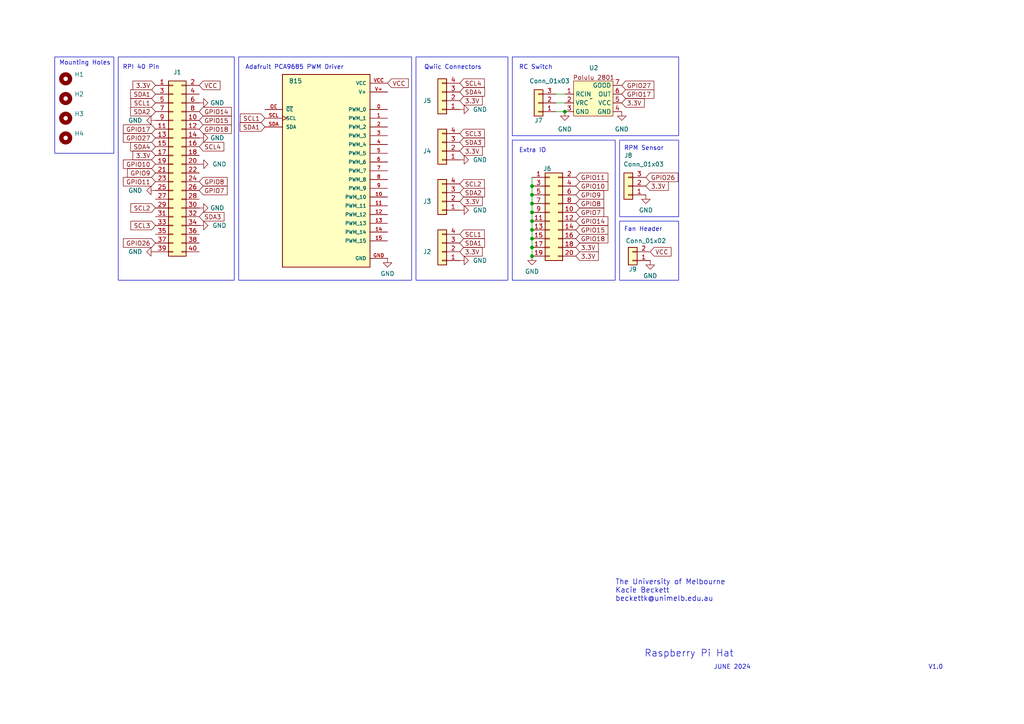
<source format=kicad_sch>
(kicad_sch (version 20230121) (generator eeschema)
  (paper "A4")
  (lib_symbols
    (symbol "2801RCSwitch:RCSwitch2801"
      (property "Reference" "U" (at -3.81 3.81 0))
      (symbol "RCSwitch2801_1_1"
        (rectangle (start -5.08 5.08) (end 6.35 -5.08) (fill (type background)))
        (text "Polulu 2801\n" (at 0.7441 6.0779 0) (effects (font (size 1.27 1.27))))
        (pin input line (at -7.62 1.27 0) (length 2.54) (name "RCIN") (number "1"))
        (pin power_in line (at -7.62 -1.27 0) (length 2.54) (name "VRC") (number "2"))
        (pin passive line (at -7.62 -3.81 0) (length 2.54) (name "GND") (number "3"))
        (pin passive line (at 8.89 -3.81 180) (length 2.54) (name "GND") (number "4"))
        (pin power_out line (at 8.89 -1.27 180) (length 2.54) (name "VCC") (number "5"))
        (pin output line (at 8.89 1.27 180) (length 2.54) (name "OUT") (number "6"))
        (pin output line (at 8.89 3.81 180) (length 2.54) (name "GOOD") (number "7"))
      )
    )
    (symbol "Connector_Generic:Conn_01x02" (pin_names (offset 1.016) hide)
      (property "Reference" "J" (at 0 2.54 0))
      (property "Value" "Conn_01x02" (at 0 -5.08 0))
      (symbol "Conn_01x02_1_1"
        (rectangle (start -1.27 -2.413) (end 0 -2.667) (stroke (width 0.1524)))
        (rectangle (start -1.27 0.127) (end 0 -0.127) (stroke (width 0.1524)))
        (rectangle (start -1.27 1.27) (end 1.27 -3.81) (stroke (width 0.254)) (fill (type background)))
        (pin passive line (at -5.08 0 0) (length 3.81) (name "Pin_1") (number "1"))
        (pin passive line (at -5.08 -2.54 0) (length 3.81) (name "Pin_2") (number "2"))
      )
    )
    (symbol "Connector_Generic:Conn_01x03" (pin_names (offset 1.016) hide)
      (property "Reference" "J" (at 0 5.08 0))
      (property "Value" "Conn_01x03" (at 0 -5.08 0))
      (symbol "Conn_01x03_1_1"
        (rectangle (start -1.27 -2.413) (end 0 -2.667) (stroke (width 0.1524)))
        (rectangle (start -1.27 0.127) (end 0 -0.127) (stroke (width 0.1524)))
        (rectangle (start -1.27 2.667) (end 0 2.413) (stroke (width 0.1524)))
        (rectangle (start -1.27 3.81) (end 1.27 -3.81) (stroke (width 0.254)) (fill (type background)))
        (pin passive line (at -5.08 2.54 0) (length 3.81) (name "Pin_1") (number "1"))
        (pin passive line (at -5.08 0 0) (length 3.81) (name "Pin_2") (number "2"))
        (pin passive line (at -5.08 -2.54 0) (length 3.81) (name "Pin_3") (number "3"))
      )
    )
    (symbol "Connector_Generic:Conn_01x04" (pin_names (offset 1.016) hide)
      (property "Reference" "J" (at 0 5.08 0))
      (property "Value" "Conn_01x04" (at 0 -7.62 0))
      (symbol "Conn_01x04_1_1"
        (rectangle (start -1.27 -4.953) (end 0 -5.207) (stroke (width 0.1524)))
        (rectangle (start -1.27 -2.413) (end 0 -2.667) (stroke (width 0.1524)))
        (rectangle (start -1.27 0.127) (end 0 -0.127) (stroke (width 0.1524)))
        (rectangle (start -1.27 2.667) (end 0 2.413) (stroke (width 0.1524)))
        (rectangle (start -1.27 3.81) (end 1.27 -6.35) (stroke (width 0.254)) (fill (type background)))
        (pin passive line (at -5.08 2.54 0) (length 3.81) (name "Pin_1") (number "1"))
        (pin passive line (at -5.08 0 0) (length 3.81) (name "Pin_2") (number "2"))
        (pin passive line (at -5.08 -2.54 0) (length 3.81) (name "Pin_3") (number "3"))
        (pin passive line (at -5.08 -5.08 0) (length 3.81) (name "Pin_4") (number "4"))
      )
    )
    (symbol "Connector_Generic:Conn_02x10_Odd_Even" (pin_names (offset 1.016) hide)
      (property "Reference" "J" (at 1.27 12.7 0))
      (property "Value" "Conn_02x10_Odd_Even" (at 1.27 -15.24 0))
      (symbol "Conn_02x10_Odd_Even_1_1"
        (rectangle (start -1.27 -12.573) (end 0 -12.827) (stroke (width 0.1524)))
        (rectangle (start -1.27 -10.033) (end 0 -10.287) (stroke (width 0.1524)))
        (rectangle (start -1.27 -7.493) (end 0 -7.747) (stroke (width 0.1524)))
        (rectangle (start -1.27 -4.953) (end 0 -5.207) (stroke (width 0.1524)))
        (rectangle (start -1.27 -2.413) (end 0 -2.667) (stroke (width 0.1524)))
        (rectangle (start -1.27 0.127) (end 0 -0.127) (stroke (width 0.1524)))
        (rectangle (start -1.27 2.667) (end 0 2.413) (stroke (width 0.1524)))
        (rectangle (start -1.27 5.207) (end 0 4.953) (stroke (width 0.1524)))
        (rectangle (start -1.27 7.747) (end 0 7.493) (stroke (width 0.1524)))
        (rectangle (start -1.27 10.287) (end 0 10.033) (stroke (width 0.1524)))
        (rectangle (start -1.27 11.43) (end 3.81 -13.97) (stroke (width 0.254)) (fill (type background)))
        (rectangle (start 3.81 -12.573) (end 2.54 -12.827) (stroke (width 0.1524)))
        (rectangle (start 3.81 -10.033) (end 2.54 -10.287) (stroke (width 0.1524)))
        (rectangle (start 3.81 -7.493) (end 2.54 -7.747) (stroke (width 0.1524)))
        (rectangle (start 3.81 -4.953) (end 2.54 -5.207) (stroke (width 0.1524)))
        (rectangle (start 3.81 -2.413) (end 2.54 -2.667) (stroke (width 0.1524)))
        (rectangle (start 3.81 0.127) (end 2.54 -0.127) (stroke (width 0.1524)))
        (rectangle (start 3.81 2.667) (end 2.54 2.413) (stroke (width 0.1524)))
        (rectangle (start 3.81 5.207) (end 2.54 4.953) (stroke (width 0.1524)))
        (rectangle (start 3.81 7.747) (end 2.54 7.493) (stroke (width 0.1524)))
        (rectangle (start 3.81 10.287) (end 2.54 10.033) (stroke (width 0.1524)))
        (pin passive line (at -5.08 10.16 0) (length 3.81) (name "Pin_1") (number "1"))
        (pin passive line (at 7.62 0 180) (length 3.81) (name "Pin_10") (number "10"))
        (pin passive line (at -5.08 -2.54 0) (length 3.81) (name "Pin_11") (number "11"))
        (pin passive line (at 7.62 -2.54 180) (length 3.81) (name "Pin_12") (number "12"))
        (pin passive line (at -5.08 -5.08 0) (length 3.81) (name "Pin_13") (number "13"))
        (pin passive line (at 7.62 -5.08 180) (length 3.81) (name "Pin_14") (number "14"))
        (pin passive line (at -5.08 -7.62 0) (length 3.81) (name "Pin_15") (number "15"))
        (pin passive line (at 7.62 -7.62 180) (length 3.81) (name "Pin_16") (number "16"))
        (pin passive line (at -5.08 -10.16 0) (length 3.81) (name "Pin_17") (number "17"))
        (pin passive line (at 7.62 -10.16 180) (length 3.81) (name "Pin_18") (number "18"))
        (pin passive line (at -5.08 -12.7 0) (length 3.81) (name "Pin_19") (number "19"))
        (pin passive line (at 7.62 10.16 180) (length 3.81) (name "Pin_2") (number "2"))
        (pin passive line (at 7.62 -12.7 180) (length 3.81) (name "Pin_20") (number "20"))
        (pin passive line (at -5.08 7.62 0) (length 3.81) (name "Pin_3") (number "3"))
        (pin passive line (at 7.62 7.62 180) (length 3.81) (name "Pin_4") (number "4"))
        (pin passive line (at -5.08 5.08 0) (length 3.81) (name "Pin_5") (number "5"))
        (pin passive line (at 7.62 5.08 180) (length 3.81) (name "Pin_6") (number "6"))
        (pin passive line (at -5.08 2.54 0) (length 3.81) (name "Pin_7") (number "7"))
        (pin passive line (at 7.62 2.54 180) (length 3.81) (name "Pin_8") (number "8"))
        (pin passive line (at -5.08 0 0) (length 3.81) (name "Pin_9") (number "9"))
      )
    )
    (symbol "Connector_Generic:Conn_02x20_Odd_Even" (pin_names (offset 1.016) hide)
      (property "Reference" "J" (at 1.27 25.4 0))
      (property "Value" "Conn_02x20_Odd_Even" (at 1.27 -27.94 0))
      (symbol "Conn_02x20_Odd_Even_1_1"
        (rectangle (start -1.27 -25.273) (end 0 -25.527) (stroke (width 0.1524)))
        (rectangle (start -1.27 -22.733) (end 0 -22.987) (stroke (width 0.1524)))
        (rectangle (start -1.27 -20.193) (end 0 -20.447) (stroke (width 0.1524)))
        (rectangle (start -1.27 -17.653) (end 0 -17.907) (stroke (width 0.1524)))
        (rectangle (start -1.27 -15.113) (end 0 -15.367) (stroke (width 0.1524)))
        (rectangle (start -1.27 -12.573) (end 0 -12.827) (stroke (width 0.1524)))
        (rectangle (start -1.27 -10.033) (end 0 -10.287) (stroke (width 0.1524)))
        (rectangle (start -1.27 -7.493) (end 0 -7.747) (stroke (width 0.1524)))
        (rectangle (start -1.27 -4.953) (end 0 -5.207) (stroke (width 0.1524)))
        (rectangle (start -1.27 -2.413) (end 0 -2.667) (stroke (width 0.1524)))
        (rectangle (start -1.27 0.127) (end 0 -0.127) (stroke (width 0.1524)))
        (rectangle (start -1.27 2.667) (end 0 2.413) (stroke (width 0.1524)))
        (rectangle (start -1.27 5.207) (end 0 4.953) (stroke (width 0.1524)))
        (rectangle (start -1.27 7.747) (end 0 7.493) (stroke (width 0.1524)))
        (rectangle (start -1.27 10.287) (end 0 10.033) (stroke (width 0.1524)))
        (rectangle (start -1.27 12.827) (end 0 12.573) (stroke (width 0.1524)))
        (rectangle (start -1.27 15.367) (end 0 15.113) (stroke (width 0.1524)))
        (rectangle (start -1.27 17.907) (end 0 17.653) (stroke (width 0.1524)))
        (rectangle (start -1.27 20.447) (end 0 20.193) (stroke (width 0.1524)))
        (rectangle (start -1.27 22.987) (end 0 22.733) (stroke (width 0.1524)))
        (rectangle (start -1.27 24.13) (end 3.81 -26.67) (stroke (width 0.254)) (fill (type background)))
        (rectangle (start 3.81 -25.273) (end 2.54 -25.527) (stroke (width 0.1524)))
        (rectangle (start 3.81 -22.733) (end 2.54 -22.987) (stroke (width 0.1524)))
        (rectangle (start 3.81 -20.193) (end 2.54 -20.447) (stroke (width 0.1524)))
        (rectangle (start 3.81 -17.653) (end 2.54 -17.907) (stroke (width 0.1524)))
        (rectangle (start 3.81 -15.113) (end 2.54 -15.367) (stroke (width 0.1524)))
        (rectangle (start 3.81 -12.573) (end 2.54 -12.827) (stroke (width 0.1524)))
        (rectangle (start 3.81 -10.033) (end 2.54 -10.287) (stroke (width 0.1524)))
        (rectangle (start 3.81 -7.493) (end 2.54 -7.747) (stroke (width 0.1524)))
        (rectangle (start 3.81 -4.953) (end 2.54 -5.207) (stroke (width 0.1524)))
        (rectangle (start 3.81 -2.413) (end 2.54 -2.667) (stroke (width 0.1524)))
        (rectangle (start 3.81 0.127) (end 2.54 -0.127) (stroke (width 0.1524)))
        (rectangle (start 3.81 2.667) (end 2.54 2.413) (stroke (width 0.1524)))
        (rectangle (start 3.81 5.207) (end 2.54 4.953) (stroke (width 0.1524)))
        (rectangle (start 3.81 7.747) (end 2.54 7.493) (stroke (width 0.1524)))
        (rectangle (start 3.81 10.287) (end 2.54 10.033) (stroke (width 0.1524)))
        (rectangle (start 3.81 12.827) (end 2.54 12.573) (stroke (width 0.1524)))
        (rectangle (start 3.81 15.367) (end 2.54 15.113) (stroke (width 0.1524)))
        (rectangle (start 3.81 17.907) (end 2.54 17.653) (stroke (width 0.1524)))
        (rectangle (start 3.81 20.447) (end 2.54 20.193) (stroke (width 0.1524)))
        (rectangle (start 3.81 22.987) (end 2.54 22.733) (stroke (width 0.1524)))
        (pin passive line (at -5.08 22.86 0) (length 3.81) (name "Pin_1") (number "1"))
        (pin passive line (at 7.62 12.7 180) (length 3.81) (name "Pin_10") (number "10"))
        (pin passive line (at -5.08 10.16 0) (length 3.81) (name "Pin_11") (number "11"))
        (pin passive line (at 7.62 10.16 180) (length 3.81) (name "Pin_12") (number "12"))
        (pin passive line (at -5.08 7.62 0) (length 3.81) (name "Pin_13") (number "13"))
        (pin passive line (at 7.62 7.62 180) (length 3.81) (name "Pin_14") (number "14"))
        (pin passive line (at -5.08 5.08 0) (length 3.81) (name "Pin_15") (number "15"))
        (pin passive line (at 7.62 5.08 180) (length 3.81) (name "Pin_16") (number "16"))
        (pin passive line (at -5.08 2.54 0) (length 3.81) (name "Pin_17") (number "17"))
        (pin passive line (at 7.62 2.54 180) (length 3.81) (name "Pin_18") (number "18"))
        (pin passive line (at -5.08 0 0) (length 3.81) (name "Pin_19") (number "19"))
        (pin passive line (at 7.62 22.86 180) (length 3.81) (name "Pin_2") (number "2"))
        (pin passive line (at 7.62 0 180) (length 3.81) (name "Pin_20") (number "20"))
        (pin passive line (at -5.08 -2.54 0) (length 3.81) (name "Pin_21") (number "21"))
        (pin passive line (at 7.62 -2.54 180) (length 3.81) (name "Pin_22") (number "22"))
        (pin passive line (at -5.08 -5.08 0) (length 3.81) (name "Pin_23") (number "23"))
        (pin passive line (at 7.62 -5.08 180) (length 3.81) (name "Pin_24") (number "24"))
        (pin passive line (at -5.08 -7.62 0) (length 3.81) (name "Pin_25") (number "25"))
        (pin passive line (at 7.62 -7.62 180) (length 3.81) (name "Pin_26") (number "26"))
        (pin passive line (at -5.08 -10.16 0) (length 3.81) (name "Pin_27") (number "27"))
        (pin passive line (at 7.62 -10.16 180) (length 3.81) (name "Pin_28") (number "28"))
        (pin passive line (at -5.08 -12.7 0) (length 3.81) (name "Pin_29") (number "29"))
        (pin passive line (at -5.08 20.32 0) (length 3.81) (name "Pin_3") (number "3"))
        (pin passive line (at 7.62 -12.7 180) (length 3.81) (name "Pin_30") (number "30"))
        (pin passive line (at -5.08 -15.24 0) (length 3.81) (name "Pin_31") (number "31"))
        (pin passive line (at 7.62 -15.24 180) (length 3.81) (name "Pin_32") (number "32"))
        (pin passive line (at -5.08 -17.78 0) (length 3.81) (name "Pin_33") (number "33"))
        (pin passive line (at 7.62 -17.78 180) (length 3.81) (name "Pin_34") (number "34"))
        (pin passive line (at -5.08 -20.32 0) (length 3.81) (name "Pin_35") (number "35"))
        (pin passive line (at 7.62 -20.32 180) (length 3.81) (name "Pin_36") (number "36"))
        (pin passive line (at -5.08 -22.86 0) (length 3.81) (name "Pin_37") (number "37"))
        (pin passive line (at 7.62 -22.86 180) (length 3.81) (name "Pin_38") (number "38"))
        (pin passive line (at -5.08 -25.4 0) (length 3.81) (name "Pin_39") (number "39"))
        (pin passive line (at 7.62 20.32 180) (length 3.81) (name "Pin_4") (number "4"))
        (pin passive line (at 7.62 -25.4 180) (length 3.81) (name "Pin_40") (number "40"))
        (pin passive line (at -5.08 17.78 0) (length 3.81) (name "Pin_5") (number "5"))
        (pin passive line (at 7.62 17.78 180) (length 3.81) (name "Pin_6") (number "6"))
        (pin passive line (at -5.08 15.24 0) (length 3.81) (name "Pin_7") (number "7"))
        (pin passive line (at 7.62 15.24 180) (length 3.81) (name "Pin_8") (number "8"))
        (pin passive line (at -5.08 12.7 0) (length 3.81) (name "Pin_9") (number "9"))
      )
    )
    (symbol "Mechanical:MountingHole" (pin_names (offset 1.016))
      (property "Reference" "H" (at 0 5.08 0))
      (property "Value" "MountingHole" (at 0 3.175 0))
      (symbol "MountingHole_0_1"
        (circle (center 0 0) (radius 1.27) (stroke (width 1.27)))
      )
    )
    (symbol "Polulu-PCA9685:815" (pin_names (offset 1.016))
      (property "Reference" "U" (at -12.7 28.702 0))
      (property "Value" "815" (at -12.7 -30.48 0))
      (symbol "815_0_0"
        (rectangle (start -12.7 27.94) (end 12.7 -27.94) (stroke (width 0.254)) (fill (type background)))
        (pin output line (at 17.78 17.78 180) (length 5.08) (name "PWM_0") (number "0"))
        (pin output line (at 17.78 15.24 180) (length 5.08) (name "PWM_1") (number "1"))
        (pin output line (at 17.78 -7.62 180) (length 5.08) (name "PWM_10") (number "10"))
        (pin output line (at 17.78 -10.16 180) (length 5.08) (name "PWM_11") (number "11"))
        (pin output line (at 17.78 -12.7 180) (length 5.08) (name "PWM_12") (number "12"))
        (pin output line (at 17.78 -15.24 180) (length 5.08) (name "PWM_13") (number "13"))
        (pin output line (at 17.78 -17.78 180) (length 5.08) (name "PWM_14") (number "14"))
        (pin output line (at 17.78 -20.32 180) (length 5.08) (name "PWM_15") (number "15"))
        (pin output line (at 17.78 12.7 180) (length 5.08) (name "PWM_2") (number "2"))
        (pin output line (at 17.78 10.16 180) (length 5.08) (name "PWM_3") (number "3"))
        (pin output line (at 17.78 7.62 180) (length 5.08) (name "PWM_4") (number "4"))
        (pin output line (at 17.78 5.08 180) (length 5.08) (name "PWM_5") (number "5"))
        (pin output line (at 17.78 2.54 180) (length 5.08) (name "PWM_6") (number "6"))
        (pin output line (at 17.78 0 180) (length 5.08) (name "PWM_7") (number "7"))
        (pin output line (at 17.78 -2.54 180) (length 5.08) (name "PWM_8") (number "8"))
        (pin output line (at 17.78 -5.08 180) (length 5.08) (name "PWM_9") (number "9"))
      )
      (symbol "815_1_0"
        (pin power_in line (at 17.78 -25.4 180) (length 5.08) (name "GND") (number "GND"))
        (pin input line (at -17.78 17.78 0) (length 5.08) (name "~{OE}") (number "OE"))
        (pin input clock (at -17.78 15.24 0) (length 5.08) (name "SCL") (number "SCL"))
        (pin bidirectional line (at -17.78 12.7 0) (length 5.08) (name "SDA") (number "SDA"))
        (pin power_in line (at 17.78 22.86 180) (length 5.08) (name "V+") (number "V+"))
        (pin power_in line (at 17.78 25.4 180) (length 5.08) (name "VCC") (number "VCC"))
      )
    )
    (symbol "power:GND" (power) (pin_names (offset 0))
      (property "Value" "GND" (at 0 -3.81 0))
      (symbol "GND_0_1"
        (polyline (pts (xy 0 0) (xy 0 -1.27) (xy 1.27 -1.27) (xy 0 -2.54) (xy -1.27 -1.27) (xy 0 -1.27)))
      )
      (symbol "GND_1_1"
        (pin power_in line (at 0 0 270) (length 0) hide (name "GND") (number "1"))
      )
    )
  )
  (junction (at 154.305 56.515))
  (junction (at 154.305 69.215))
  (junction (at 154.305 66.675))
  (junction (at 154.305 74.295))
  (junction (at 154.305 61.595))
  (junction (at 154.305 53.975))
  (junction (at 154.305 59.055))
  (junction (at 163.83 32.385))
  (junction (at 154.305 64.135))
  (junction (at 154.305 71.755))
  (wire (pts (xy 161.29 27.305) (xy 163.83 27.305)))
  (wire (pts (xy 154.305 59.055) (xy 154.305 61.595)))
  (wire (pts (xy 154.305 69.215) (xy 154.305 71.755)))
  (wire (pts (xy 154.305 71.755) (xy 154.305 74.295)))
  (wire (pts (xy 161.29 32.385) (xy 163.83 32.385)))
  (wire (pts (xy 154.305 66.675) (xy 154.305 69.215)))
  (wire (pts (xy 154.305 51.435) (xy 154.305 53.975)))
  (wire (pts (xy 154.305 53.975) (xy 154.305 56.515)))
  (wire (pts (xy 154.305 56.515) (xy 154.305 59.055)))
  (wire (pts (xy 154.305 61.595) (xy 154.305 64.135)))
  (wire (pts (xy 154.305 64.135) (xy 154.305 66.675)))
  (wire (pts (xy 161.29 29.845) (xy 163.83 29.845)))
  (rectangle (start 179.705 64.135) (end 196.85 81.28))
  (rectangle (start 69.215 16.51) (end 119.38 81.28))
  (rectangle (start 179.705 40.64) (end 196.85 62.865))
  (rectangle (start 120.65 16.51) (end 147.32 81.28))
  (rectangle (start 148.59 16.51) (end 196.85 39.37))
  (rectangle (start 148.59 40.64) (end 178.435 81.28))
  (rectangle (start 15.875 16.51) (end 33.02 44.45))
  (rectangle (start 34.29 16.51) (end 67.945 81.28))
  (text "Extra IO" (at 150.495 44.45 0) (effects (font (size 1.27 1.27)) (justify left bottom)))
  (text "V1.0\n" (at 269.24 194.31 0) (effects (font (size 1.27 1.27)) (justify left bottom)))
  (text "Fan Header\n" (at 180.975 67.31 0) (effects (font (size 1.27 1.27)) (justify left bottom)))
  (text "Raspberry Pi Hat" (at 186.8467 190.7986 0) (effects (font (size 2 2)) (justify left bottom)))
  (text "Adafruit PCA9685 PWM Driver" (at 71.12 20.32 0) (effects (font (size 1.27 1.27)) (justify left bottom)))
  (text "RPI 40 Pin\n" (at 35.56 20.32 0) (effects (font (size 1.27 1.27)) (justify left bottom)))
  (text "RPM Sensor\n" (at 180.975 43.815 0) (effects (font (size 1.27 1.27)) (justify left bottom)))
  (text "RC Switch\n" (at 150.495 20.32 0) (effects (font (size 1.27 1.27)) (justify left bottom)))
  (text "JUNE 2024" (at 207.01 194.31 0) (effects (font (size 1.27 1.27)) (justify left bottom)))
  (text "Qwiic Connectors" (at 139.7 20.32 0) (effects (font (size 1.27 1.27)) (justify right bottom)))
  (text "The University of Melbourne\nKacie Beckett \nbeckettk@unimelb.edu.au\n" (at 178.435 174.625 0) (effects (font (size 1.5 1.5)) (justify left bottom)))
  (text "Mounting Holes\n" (at 17.145 19.05 0) (effects (font (size 1.27 1.27)) (justify left bottom)))
  (global_label "SCL1" (shape input) (at 76.835 34.29 180) (property "Intersheetrefs" "${INTERSHEET_REFS}" (effects hide)))
  (global_label "SCL1" (shape input) (at 133.35 67.945 0) (property "Intersheetrefs" "${INTERSHEET_REFS}" (effects hide)))
  (global_label "VCC" (shape input) (at 112.395 24.13 0) (property "Intersheetrefs" "${INTERSHEET_REFS}" (effects hide)))
  (global_label "GPIO18" (shape input) (at 57.785 37.465 0) (property "Intersheetrefs" "${INTERSHEET_REFS}" (effects hide)))
  (global_label "SDA1" (shape input) (at 133.35 70.485 0) (property "Intersheetrefs" "${INTERSHEET_REFS}" (effects hide)))
  (global_label "GPIO27" (shape input) (at 45.085 40.005 180) (property "Intersheetrefs" "${INTERSHEET_REFS}" (effects hide)))
  (global_label "3.3V" (shape input) (at 167.005 71.755 0) (property "Intersheetrefs" "${INTERSHEET_REFS}" (effects hide)))
  (global_label "SDA4" (shape input) (at 133.35 26.67 0) (property "Intersheetrefs" "${INTERSHEET_REFS}" (effects hide)))
  (global_label "GPIO9" (shape input) (at 45.085 50.165 180) (property "Intersheetrefs" "${INTERSHEET_REFS}" (effects hide)))
  (global_label "VCC" (shape input) (at 57.785 24.765 0) (property "Intersheetrefs" "${INTERSHEET_REFS}" (effects hide)))
  (global_label "GPIO11" (shape input) (at 167.005 51.435 0) (property "Intersheetrefs" "${INTERSHEET_REFS}" (effects hide)))
  (global_label "GPIO9" (shape input) (at 167.005 56.515 0) (property "Intersheetrefs" "${INTERSHEET_REFS}" (effects hide)))
  (global_label "SDA3" (shape input) (at 57.785 62.865 0) (property "Intersheetrefs" "${INTERSHEET_REFS}" (effects hide)))
  (global_label "3.3V" (shape input) (at 187.325 53.975 0) (property "Intersheetrefs" "${INTERSHEET_REFS}" (effects hide)))
  (global_label "GPIO27" (shape input) (at 180.34 24.765 0) (property "Intersheetrefs" "${INTERSHEET_REFS}" (effects hide)))
  (global_label "3.3V" (shape input) (at 133.35 58.42 0) (property "Intersheetrefs" "${INTERSHEET_REFS}" (effects hide)))
  (global_label "SDA1" (shape input) (at 45.085 27.305 180) (property "Intersheetrefs" "${INTERSHEET_REFS}" (effects hide)))
  (global_label "SCL1" (shape input) (at 45.085 29.845 180) (property "Intersheetrefs" "${INTERSHEET_REFS}" (effects hide)))
  (global_label "GPIO8" (shape input) (at 57.785 52.705 0) (property "Intersheetrefs" "${INTERSHEET_REFS}" (effects hide)))
  (global_label "GPIO17" (shape input) (at 45.085 37.465 180) (property "Intersheetrefs" "${INTERSHEET_REFS}" (effects hide)))
  (global_label "GPIO26" (shape input) (at 187.325 51.435 0) (property "Intersheetrefs" "${INTERSHEET_REFS}" (effects hide)))
  (global_label "GPIO10" (shape input) (at 167.005 53.975 0) (property "Intersheetrefs" "${INTERSHEET_REFS}" (effects hide)))
  (global_label "SCL3" (shape input) (at 133.35 38.735 0) (property "Intersheetrefs" "${INTERSHEET_REFS}" (effects hide)))
  (global_label "SCL2" (shape input) (at 133.35 53.34 0) (property "Intersheetrefs" "${INTERSHEET_REFS}" (effects hide)))
  (global_label "GPIO10" (shape input) (at 45.085 47.625 180) (property "Intersheetrefs" "${INTERSHEET_REFS}" (effects hide)))
  (global_label "SCL4" (shape input) (at 57.785 42.545 0) (property "Intersheetrefs" "${INTERSHEET_REFS}" (effects hide)))
  (global_label "GPIO15" (shape input) (at 167.005 66.675 0) (property "Intersheetrefs" "${INTERSHEET_REFS}" (effects hide)))
  (global_label "3.3V" (shape input) (at 133.35 73.025 0) (property "Intersheetrefs" "${INTERSHEET_REFS}" (effects hide)))
  (global_label "GPIO7" (shape input) (at 167.005 61.595 0) (property "Intersheetrefs" "${INTERSHEET_REFS}" (effects hide)))
  (global_label "GPIO11" (shape input) (at 45.085 52.705 180) (property "Intersheetrefs" "${INTERSHEET_REFS}" (effects hide)))
  (global_label "3.3V" (shape input) (at 180.34 29.845 0) (property "Intersheetrefs" "${INTERSHEET_REFS}" (effects hide)))
  (global_label "GPIO18" (shape input) (at 167.005 69.215 0) (property "Intersheetrefs" "${INTERSHEET_REFS}" (effects hide)))
  (global_label "GPIO8" (shape input) (at 167.005 59.055 0) (property "Intersheetrefs" "${INTERSHEET_REFS}" (effects hide)))
  (global_label "SDA2" (shape input) (at 133.35 55.88 0) (property "Intersheetrefs" "${INTERSHEET_REFS}" (effects hide)))
  (global_label "3.3V" (shape input) (at 45.085 24.765 180) (property "Intersheetrefs" "${INTERSHEET_REFS}" (effects hide)))
  (global_label "GPIO14" (shape input) (at 167.005 64.135 0) (property "Intersheetrefs" "${INTERSHEET_REFS}" (effects hide)))
  (global_label "SDA1" (shape input) (at 76.835 36.83 180) (property "Intersheetrefs" "${INTERSHEET_REFS}" (effects hide)))
  (global_label "SCL3" (shape input) (at 45.085 65.405 180) (property "Intersheetrefs" "${INTERSHEET_REFS}" (effects hide)))
  (global_label "GPIO17" (shape input) (at 180.34 27.305 0) (property "Intersheetrefs" "${INTERSHEET_REFS}" (effects hide)))
  (global_label "3.3V" (shape input) (at 133.35 29.21 0) (property "Intersheetrefs" "${INTERSHEET_REFS}" (effects hide)))
  (global_label "GPIO26" (shape input) (at 45.085 70.485 180) (property "Intersheetrefs" "${INTERSHEET_REFS}" (effects hide)))
  (global_label "3.3V" (shape input) (at 167.005 74.295 0) (property "Intersheetrefs" "${INTERSHEET_REFS}" (effects hide)))
  (global_label "3.3V" (shape input) (at 45.085 45.085 180) (property "Intersheetrefs" "${INTERSHEET_REFS}" (effects hide)))
  (global_label "SDA3" (shape input) (at 133.35 41.275 0) (property "Intersheetrefs" "${INTERSHEET_REFS}" (effects hide)))
  (global_label "GPIO15" (shape input) (at 57.785 34.925 0) (property "Intersheetrefs" "${INTERSHEET_REFS}" (effects hide)))
  (global_label "SDA4" (shape input) (at 45.085 42.545 180) (property "Intersheetrefs" "${INTERSHEET_REFS}" (effects hide)))
  (global_label "GPIO14" (shape input) (at 57.785 32.385 0) (property "Intersheetrefs" "${INTERSHEET_REFS}" (effects hide)))
  (global_label "SCL4" (shape input) (at 133.35 24.13 0) (property "Intersheetrefs" "${INTERSHEET_REFS}" (effects hide)))
  (global_label "VCC" (shape input) (at 188.595 73.025 0) (property "Intersheetrefs" "${INTERSHEET_REFS}" (effects hide)))
  (global_label "SCL2" (shape input) (at 45.085 60.325 180) (property "Intersheetrefs" "${INTERSHEET_REFS}" (effects hide)))
  (global_label "3.3V" (shape input) (at 133.35 43.815 0) (property "Intersheetrefs" "${INTERSHEET_REFS}" (effects hide)))
  (global_label "GPIO7" (shape input) (at 57.785 55.245 0) (property "Intersheetrefs" "${INTERSHEET_REFS}" (effects hide)))
  (global_label "SDA2" (shape input) (at 45.085 32.385 180) (property "Intersheetrefs" "${INTERSHEET_REFS}" (effects hide)))
  (symbol (lib_id "Connector_Generic:Conn_01x02") (at 183.515 75.565 180) (unit 1)
    (property "Reference" "J9" (at 183.515 78.105 0))
    (property "Value" "Conn_01x02" (at 187.325 69.85 0))
    (property "Footprint" "Connector_PinHeader_2.54mm:PinHeader_1x02_P2.54mm_Vertical" (effects hide))
  )
  (symbol (lib_id "power:GND") (at 187.325 56.515 0) (unit 1)
    (property "Reference" "#PWR017" (effects hide))
    (property "Value" "GND" (at 187.325 60.96 0))
  )
  (symbol (lib_id "Polulu-PCA9685:815") (at 94.615 49.53 0) (unit 1)
    (property "Reference" "U1" (effects hide))
    (property "Value" "815" (at 85.725 23.495 0))
    (property "Footprint" "Polulu-PCA9685:Polulu-PCA9685" (effects hide))
    (property "MF" "Adafruit" (effects hide))
    (property "SNAPEDA_PACKAGE_ID" "124074" (effects hide))
    (property "Package" "Non-Standard Adafruit" (effects hide))
    (property "Price" "None" (effects hide))
    (property "Check_prices" "https://www.snapeda.com/parts/815/Adafruit+Industries/view-part/?ref=eda" (effects hide))
    (property "STANDARD" "Manufacturer Recommendations" (effects hide))
    (property "PARTREV" "C" (effects hide))
    (property "SnapEDA_Link" "https://www.snapeda.com/parts/815/Adafruit+Industries/view-part/?ref=snap" (effects hide))
    (property "MP" "815" (effects hide))
    (property "Description" "\nAdafruit 16-Channel 12-bit PWM/Servo Driver - I2C interface - PCA9685\n" (effects hide))
    (property "MANUFACTURER" "Adafruit" (effects hide))
    (property "Availability" "Not in stock" (effects hide))
    (property "MAXIMUM_PACKAGE_HEIGHT" "N/A" (effects hide))
  )
  (symbol (lib_id "power:GND") (at 188.595 75.565 0) (unit 1)
    (property "Reference" "#PWR018" (effects hide))
    (property "Value" "GND" (at 188.595 80.01 0))
  )
  (symbol (lib_id "power:GND") (at 163.83 32.385 0) (unit 1)
    (property "Reference" "#PWR015" (effects hide))
    (property "Value" "GND" (at 163.83 37.465 0))
  )
  (symbol (lib_id "power:GND") (at 154.305 74.295 0) (unit 1)
    (property "Reference" "#PWR08" (effects hide))
    (property "Value" "GND" (at 154.305 78.74 0))
  )
  (symbol (lib_id "power:GND") (at 133.35 75.565 90) (unit 1)
    (property "Reference" "#PWR03" (effects hide))
    (property "Value" "GND" (at 137.16 75.565 90) (effects (justify right)))
  )
  (symbol (lib_id "Mechanical:MountingHole") (at 19.05 40.005 0) (unit 1)
    (property "Reference" "H4" (at 21.59 38.735 0) (effects (justify left)))
    (property "Value" "MountingHole" (effects hide))
    (property "Footprint" "MountingHole:MountingHole_2.7mm_M2.5_Pad" (effects hide))
  )
  (symbol (lib_id "power:GND") (at 57.785 60.325 90) (unit 1)
    (property "Reference" "#PWR012" (effects hide))
    (property "Value" "GND" (at 60.96 60.325 90) (effects (justify right)))
  )
  (symbol (lib_id "Mechanical:MountingHole") (at 19.05 22.86 0) (unit 1)
    (property "Reference" "H1" (at 21.59 21.59 0) (effects (justify left)))
    (property "Value" "MountingHole" (effects hide))
    (property "Footprint" "MountingHole:MountingHole_2.7mm_M2.5_Pad" (effects hide))
  )
  (symbol (lib_id "2801RCSwitch:RCSwitch2801") (at 171.45 28.575 0) (unit 1)
    (property "Reference" "U2" (at 172.1941 19.685 0))
    (property "Value" "~" (at 171.45 28.575 0))
    (property "Footprint" "Polulu2801-RCSwitch:2801RCSwitch" (effects hide))
  )
  (symbol (lib_id "Connector_Generic:Conn_02x20_Odd_Even") (at 50.165 47.625 0) (unit 1)
    (property "Reference" "J1" (at 51.435 20.955 0))
    (property "Value" "Conn_02x20_Odd_Even" (effects hide))
    (property "Footprint" "Connector_PinHeader_2.54mm:PinHeader_2x20_P2.54mm_Vertical" (effects hide))
  )
  (symbol (lib_id "power:GND") (at 112.395 74.93 0) (unit 1)
    (property "Reference" "#PWR01" (effects hide))
    (property "Value" "GND" (at 112.395 79.375 0))
  )
  (symbol (lib_id "Connector_Generic:Conn_01x04") (at 128.27 43.815 180) (unit 1)
    (property "Reference" "J4" (at 125.095 43.815 0) (effects (justify left)))
    (property "Value" "Conn_01x04" (effects hide))
    (property "Footprint" "Connector_JST:JST_SH_SM04B-SRSS-TB_1x04-1MP_P1.00mm_Horizontal" (effects hide))
  )
  (symbol (lib_id "power:GND") (at 45.085 73.025 270) (unit 1)
    (property "Reference" "#PWR07" (effects hide))
    (property "Value" "GND" (at 41.275 73.025 90) (effects (justify right)))
  )
  (symbol (lib_id "Connector_Generic:Conn_01x03") (at 156.21 29.845 180) (unit 1)
    (property "Reference" "J7" (at 156.21 34.925 0))
    (property "Value" "Conn_01x03" (at 159.385 23.495 0))
    (property "Footprint" "Connector_PinHeader_2.54mm:PinHeader_1x03_P2.54mm_Vertical" (effects hide))
  )
  (symbol (lib_id "power:GND") (at 57.785 40.005 90) (unit 1)
    (property "Reference" "#PWR014" (effects hide))
    (property "Value" "GND" (at 60.96 40.005 90) (effects (justify right)))
  )
  (symbol (lib_id "Connector_Generic:Conn_01x04") (at 128.27 29.21 180) (unit 1)
    (property "Reference" "J5" (at 125.095 29.21 0) (effects (justify left)))
    (property "Value" "Conn_01x04" (effects hide))
    (property "Footprint" "Connector_JST:JST_SH_SM04B-SRSS-TB_1x04-1MP_P1.00mm_Horizontal" (effects hide))
  )
  (symbol (lib_id "power:GND") (at 45.085 55.245 270) (unit 1)
    (property "Reference" "#PWR010" (effects hide))
    (property "Value" "GND" (at 41.275 55.245 90) (effects (justify right)))
  )
  (symbol (lib_id "power:GND") (at 57.785 47.625 90) (unit 1)
    (property "Reference" "#PWR013" (effects hide))
    (property "Value" "GND" (at 61.595 47.625 90) (effects (justify right)))
  )
  (symbol (lib_id "power:GND") (at 57.785 65.405 90) (unit 1)
    (property "Reference" "#PWR011" (effects hide))
    (property "Value" "GND" (at 61.595 65.405 90) (effects (justify right)))
  )
  (symbol (lib_id "power:GND") (at 45.085 34.925 270) (unit 1)
    (property "Reference" "#PWR09" (effects hide))
    (property "Value" "GND" (at 41.275 34.925 90) (effects (justify right)))
  )
  (symbol (lib_id "Connector_Generic:Conn_01x03") (at 182.245 53.975 180) (unit 1)
    (property "Reference" "J8" (at 182.245 45.085 0))
    (property "Value" "Conn_01x03" (at 186.69 47.625 0))
    (property "Footprint" "Connector_PinHeader_2.54mm:PinHeader_1x03_P2.54mm_Vertical" (effects hide))
  )
  (symbol (lib_id "Mechanical:MountingHole") (at 19.05 28.575 0) (unit 1)
    (property "Reference" "H2" (at 21.59 27.305 0) (effects (justify left)))
    (property "Value" "MountingHole" (effects hide))
    (property "Footprint" "MountingHole:MountingHole_2.7mm_M2.5_Pad" (effects hide))
  )
  (symbol (lib_id "power:GND") (at 180.34 32.385 0) (unit 1)
    (property "Reference" "#PWR016" (effects hide))
    (property "Value" "GND" (at 180.34 37.465 0))
  )
  (symbol (lib_id "Connector_Generic:Conn_02x10_Odd_Even") (at 159.385 61.595 0) (unit 1)
    (property "Reference" "J6" (at 158.75 48.895 0))
    (property "Value" "Conn_02x10_Odd_Even" (effects hide))
    (property "Footprint" "Connector_PinHeader_2.54mm:PinHeader_2x10_P2.54mm_Vertical" (effects hide))
  )
  (symbol (lib_id "power:GND") (at 133.35 46.355 90) (unit 1)
    (property "Reference" "#PWR05" (effects hide))
    (property "Value" "GND" (at 137.16 46.355 90) (effects (justify right)))
  )
  (symbol (lib_id "power:GND") (at 57.785 29.845 90) (unit 1)
    (property "Reference" "#PWR02" (effects hide))
    (property "Value" "GND" (at 60.96 29.845 90) (effects (justify right)))
  )
  (symbol (lib_id "Connector_Generic:Conn_01x04") (at 128.27 73.025 180) (unit 1)
    (property "Reference" "J2" (at 125.095 73.025 0) (effects (justify left)))
    (property "Value" "Conn_01x04" (effects hide))
    (property "Footprint" "Connector_JST:JST_SH_SM04B-SRSS-TB_1x04-1MP_P1.00mm_Horizontal" (effects hide))
  )
  (symbol (lib_id "Connector_Generic:Conn_01x04") (at 128.27 58.42 180) (unit 1)
    (property "Reference" "J3" (at 125.095 58.42 0) (effects (justify left)))
    (property "Value" "Conn_01x04" (effects hide))
    (property "Footprint" "Connector_JST:JST_SH_SM04B-SRSS-TB_1x04-1MP_P1.00mm_Horizontal" (effects hide))
  )
  (symbol (lib_id "Mechanical:MountingHole") (at 19.05 34.29 0) (unit 1)
    (property "Reference" "H3" (at 21.59 33.02 0) (effects (justify left)))
    (property "Value" "MountingHole" (effects hide))
    (property "Footprint" "MountingHole:MountingHole_2.7mm_M2.5_Pad" (effects hide))
  )
  (symbol (lib_id "power:GND") (at 133.35 60.96 90) (unit 1)
    (property "Reference" "#PWR04" (effects hide))
    (property "Value" "GND" (at 137.16 60.96 90) (effects (justify right)))
  )
  (symbol (lib_id "power:GND") (at 133.35 31.75 90) (unit 1)
    (property "Reference" "#PWR06" (effects hide))
    (property "Value" "GND" (at 137.16 31.75 90) (effects (justify right)))
  )
)
</source>
